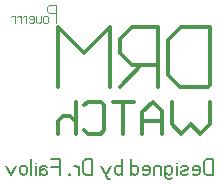
<source format=gbr>
%FSLAX34Y34*%
%MOMM*%
%LNSILK_BOTTOM*%
G71*
G01*
%ADD10C, 0.300*%
%ADD11C, 0.100*%
%ADD12C, 0.167*%
%LPD*%
G54D10*
X326983Y761000D02*
X326983Y712000D01*
X325983Y711000D01*
X301983Y711000D01*
X291983Y721000D01*
X291983Y750000D01*
X302983Y761000D01*
X326983Y761000D01*
G54D10*
X282983Y711000D02*
X282983Y761000D01*
X260983Y761000D01*
X250983Y751000D01*
X250983Y739000D01*
X260983Y729000D01*
X282983Y729000D01*
X268983Y729000D01*
X250983Y711000D01*
G54D10*
X242983Y711000D02*
X242983Y761000D01*
X220983Y739000D01*
X198983Y761000D01*
X198983Y711000D01*
G54D10*
X326983Y698000D02*
X326983Y679000D01*
X318983Y671000D01*
X310983Y679000D01*
X302983Y671000D01*
X294983Y679000D01*
X294983Y698000D01*
G54D10*
X286983Y671000D02*
X286983Y690000D01*
X278983Y698000D01*
X269983Y689000D01*
X269983Y671000D01*
G54D10*
X286983Y682000D02*
X269983Y682000D01*
G54D10*
X262983Y698000D02*
X244983Y698000D01*
X253983Y698000D01*
X253983Y671000D01*
G54D10*
X220983Y695000D02*
X223983Y698000D01*
X234983Y698000D01*
X237983Y695000D01*
X237983Y674000D01*
X234983Y671000D01*
X223983Y671000D01*
X220983Y674000D01*
G54D10*
X213983Y698000D02*
X213983Y671000D01*
X213983Y681000D01*
X208983Y686000D01*
X202983Y686000D01*
X198983Y682000D01*
X198983Y671000D01*
G54D11*
X196983Y765000D02*
X196983Y780000D01*
X190983Y780000D01*
X188983Y778000D01*
X188983Y775000D01*
X190983Y773000D01*
X196983Y773000D01*
G54D11*
X188983Y765000D02*
X189983Y766000D01*
X189983Y770000D01*
X188983Y771000D01*
X186983Y771000D01*
X185983Y770000D01*
X185983Y766000D01*
X186983Y765000D01*
X188983Y765000D01*
G54D11*
X183983Y771000D02*
X183983Y766000D01*
X182983Y765000D01*
X181983Y766000D01*
X180983Y765000D01*
X179983Y766000D01*
X179983Y771000D01*
G54D11*
X177983Y770000D02*
X176983Y771000D01*
X174983Y771000D01*
X173983Y770000D01*
X173983Y769000D01*
X174983Y768000D01*
X177983Y768000D01*
X177983Y770000D01*
X177983Y766000D01*
X176983Y765000D01*
X174983Y765000D01*
X173983Y766000D01*
G54D11*
X171983Y765000D02*
X171983Y771000D01*
X171983Y770000D01*
X170983Y771000D01*
X169983Y771000D01*
X168983Y770000D01*
G54D11*
X166983Y765000D02*
X166983Y771000D01*
X166983Y770000D01*
X165983Y771000D01*
X164983Y771000D01*
X163983Y770000D01*
G54D11*
X161983Y765000D02*
X161983Y771000D01*
X161983Y770000D01*
X160983Y771000D01*
X159983Y771000D01*
X158983Y770000D01*
G54D12*
X330226Y636333D02*
X330226Y649666D01*
X325226Y649666D01*
X323226Y648833D01*
X322226Y647166D01*
X322226Y638833D01*
X323226Y637166D01*
X325226Y636333D01*
X330226Y636333D01*
G54D12*
X312560Y637166D02*
X314160Y636333D01*
X316160Y636333D01*
X318160Y637166D01*
X318560Y638833D01*
X318560Y641666D01*
X317560Y643333D01*
X315560Y643833D01*
X313560Y643333D01*
X312560Y642166D01*
X312560Y640500D01*
X318560Y640500D01*
G54D12*
X308892Y637166D02*
X306892Y636333D01*
X304892Y636333D01*
X302892Y637166D01*
X302892Y638833D01*
X303892Y639666D01*
X307892Y640500D01*
X308892Y641333D01*
X308892Y643000D01*
X306892Y643833D01*
X304892Y643833D01*
X302892Y643000D01*
G54D12*
X299226Y636333D02*
X299226Y643833D01*
G54D12*
X299226Y646333D02*
X299226Y646333D01*
G54D12*
X295558Y633833D02*
X293558Y633000D01*
X292158Y633000D01*
X290158Y633833D01*
X289558Y635500D01*
X289558Y643833D01*
G54D12*
X289558Y641666D02*
X290558Y643333D01*
X292558Y643833D01*
X294558Y643333D01*
X295558Y641666D01*
X295558Y638333D01*
X294558Y636666D01*
X292558Y636333D01*
X290558Y636666D01*
X289558Y638333D01*
G54D12*
X285892Y636333D02*
X285892Y643833D01*
G54D12*
X285892Y642166D02*
X284892Y643333D01*
X282892Y643833D01*
X280892Y643333D01*
X279892Y642166D01*
X279892Y636333D01*
G54D12*
X270224Y637166D02*
X271824Y636333D01*
X273824Y636333D01*
X275824Y637166D01*
X276224Y638833D01*
X276224Y641666D01*
X275224Y643333D01*
X273224Y643833D01*
X271224Y643333D01*
X270224Y642166D01*
X270224Y640500D01*
X276224Y640500D01*
G54D12*
X260558Y636333D02*
X260558Y649666D01*
G54D12*
X260558Y641666D02*
X261558Y643333D01*
X263558Y643833D01*
X265558Y643333D01*
X266558Y641666D01*
X266558Y638333D01*
X265558Y636666D01*
X263558Y636333D01*
X261558Y636666D01*
X260558Y638333D01*
G54D12*
X253024Y636333D02*
X253024Y649666D01*
G54D12*
X253024Y641666D02*
X252024Y643333D01*
X250024Y643833D01*
X248024Y643333D01*
X247024Y641666D01*
X247024Y638333D01*
X248024Y636666D01*
X250024Y636333D01*
X252024Y636666D01*
X253024Y638333D01*
G54D12*
X243356Y643833D02*
X239356Y636333D01*
X235356Y643833D01*
G54D12*
X239356Y636333D02*
X240356Y633833D01*
X241356Y633000D01*
X242356Y633000D01*
G54D12*
X227822Y636333D02*
X227822Y649666D01*
X222822Y649666D01*
X220822Y648833D01*
X219822Y647166D01*
X219822Y638833D01*
X220822Y637166D01*
X222822Y636333D01*
X227822Y636333D01*
G54D12*
X216156Y636333D02*
X216156Y643833D01*
G54D12*
X216156Y642166D02*
X214156Y643833D01*
X212156Y643833D01*
G54D12*
X207688Y636333D02*
X208488Y636333D01*
X208488Y637000D01*
X207688Y637000D01*
X207688Y636333D01*
X208488Y636333D01*
G54D12*
X200154Y636333D02*
X200154Y649666D01*
X193154Y649666D01*
G54D12*
X200154Y643000D02*
X193154Y643000D01*
G54D12*
X189488Y643000D02*
X187488Y643833D01*
X185088Y643833D01*
X183488Y642166D01*
X183488Y636333D01*
G54D12*
X183488Y638833D02*
X184488Y640500D01*
X186488Y640833D01*
X188488Y640500D01*
X189488Y638833D01*
X189088Y637166D01*
X187488Y636333D01*
X186488Y636333D01*
X186088Y636333D01*
X184488Y637166D01*
X183488Y638833D01*
G54D12*
X179820Y636333D02*
X179820Y643833D01*
G54D12*
X179820Y646333D02*
X179820Y646333D01*
G54D12*
X176154Y636333D02*
X176154Y649666D01*
G54D12*
X166486Y638333D02*
X166486Y641666D01*
X167486Y643333D01*
X169486Y643833D01*
X171486Y643333D01*
X172486Y641666D01*
X172486Y638333D01*
X171486Y636666D01*
X169486Y636333D01*
X167486Y636666D01*
X166486Y638333D01*
G54D12*
X162820Y643833D02*
X158820Y636333D01*
X154820Y643833D01*
M02*

</source>
